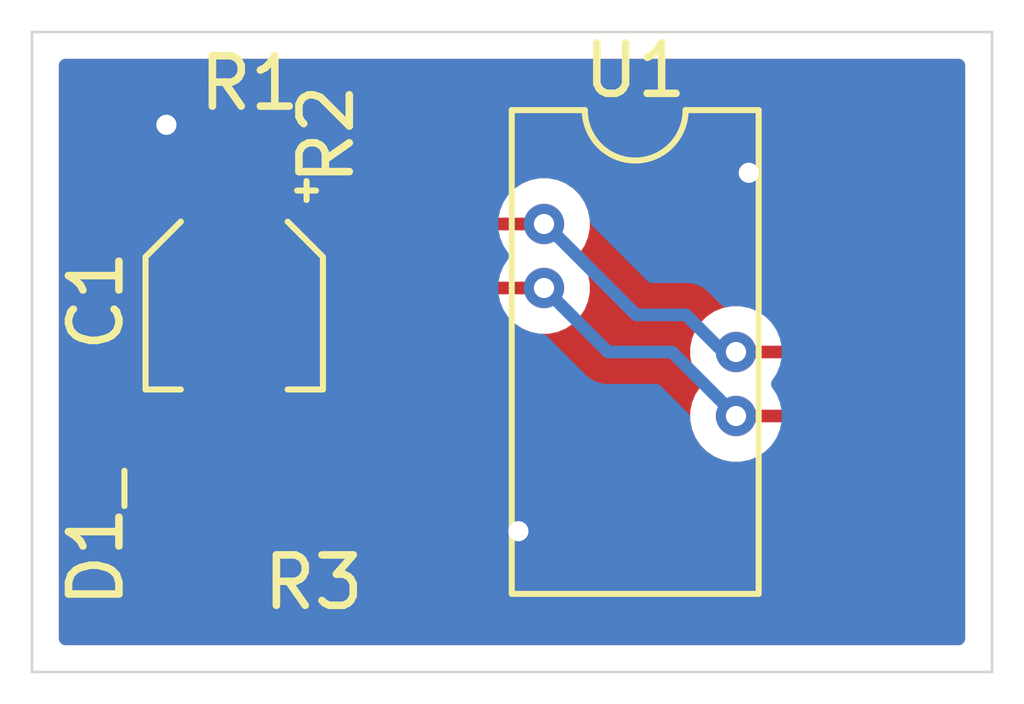
<source format=kicad_pcb>
(kicad_pcb (version 20171130) (host pcbnew 5.1.5-52549c5~86~ubuntu18.04.1)

  (general
    (thickness 1.6)
    (drawings 4)
    (tracks 49)
    (zones 0)
    (modules 6)
    (nets 8)
  )

  (page A4)
  (layers
    (0 F.Cu signal)
    (31 B.Cu signal)
    (32 B.Adhes user)
    (33 F.Adhes user)
    (34 B.Paste user)
    (35 F.Paste user)
    (36 B.SilkS user)
    (37 F.SilkS user)
    (38 B.Mask user)
    (39 F.Mask user)
    (40 Dwgs.User user)
    (41 Cmts.User user)
    (42 Eco1.User user)
    (43 Eco2.User user)
    (44 Edge.Cuts user)
    (45 Margin user)
    (46 B.CrtYd user)
    (47 F.CrtYd user)
    (48 B.Fab user)
    (49 F.Fab user)
  )

  (setup
    (last_trace_width 0.25)
    (trace_clearance 0.2)
    (zone_clearance 0.508)
    (zone_45_only no)
    (trace_min 0.2)
    (via_size 0.8)
    (via_drill 0.4)
    (via_min_size 0.4)
    (via_min_drill 0.3)
    (uvia_size 0.3)
    (uvia_drill 0.1)
    (uvias_allowed no)
    (uvia_min_size 0.2)
    (uvia_min_drill 0.1)
    (edge_width 0.05)
    (segment_width 0.2)
    (pcb_text_width 0.3)
    (pcb_text_size 1.5 1.5)
    (mod_edge_width 0.12)
    (mod_text_size 1 1)
    (mod_text_width 0.15)
    (pad_size 1.48 0.5)
    (pad_drill 0)
    (pad_to_mask_clearance 0.051)
    (solder_mask_min_width 0.25)
    (aux_axis_origin 0 0)
    (visible_elements 7FFFFFFF)
    (pcbplotparams
      (layerselection 0x010fc_ffffffff)
      (usegerberextensions false)
      (usegerberattributes false)
      (usegerberadvancedattributes false)
      (creategerberjobfile false)
      (excludeedgelayer true)
      (linewidth 0.100000)
      (plotframeref false)
      (viasonmask false)
      (mode 1)
      (useauxorigin false)
      (hpglpennumber 1)
      (hpglpenspeed 20)
      (hpglpendiameter 15.000000)
      (psnegative false)
      (psa4output false)
      (plotreference true)
      (plotvalue true)
      (plotinvisibletext false)
      (padsonsilk false)
      (subtractmaskfromsilk false)
      (outputformat 1)
      (mirror false)
      (drillshape 1)
      (scaleselection 1)
      (outputdirectory ""))
  )

  (net 0 "")
  (net 1 tr_thr)
  (net 2 GND)
  (net 3 "Net-(D1-Pad2)")
  (net 4 dis)
  (net 5 +9V)
  (net 6 "Net-(R3-Pad2)")
  (net 7 "Net-(U1-Pad5)")

  (net_class Default "This is the default net class."
    (clearance 0.2)
    (trace_width 0.25)
    (via_dia 0.8)
    (via_drill 0.4)
    (uvia_dia 0.3)
    (uvia_drill 0.1)
    (add_net +9V)
    (add_net GND)
    (add_net "Net-(D1-Pad2)")
    (add_net "Net-(R3-Pad2)")
    (add_net "Net-(U1-Pad5)")
    (add_net dis)
    (add_net tr_thr)
  )

  (module Resistor_SMD:R_0201_0603Metric (layer F.Cu) (tedit 5B301BBD) (tstamp 5E897D46)
    (at 136.3345 76.7715)
    (descr "Resistor SMD 0201 (0603 Metric), square (rectangular) end terminal, IPC_7351 nominal, (Body size source: https://www.vishay.com/docs/20052/crcw0201e3.pdf), generated with kicad-footprint-generator")
    (tags resistor)
    (path /5E206292)
    (attr smd)
    (fp_text reference R1 (at 0.0635 -0.8255) (layer F.SilkS)
      (effects (font (size 1 1) (thickness 0.15)))
    )
    (fp_text value 1k (at 0 1.05) (layer F.Fab)
      (effects (font (size 1 1) (thickness 0.15)))
    )
    (fp_text user %R (at 0 -0.68) (layer F.Fab)
      (effects (font (size 0.25 0.25) (thickness 0.04)))
    )
    (fp_line (start 0.7 0.35) (end -0.7 0.35) (layer F.CrtYd) (width 0.05))
    (fp_line (start 0.7 -0.35) (end 0.7 0.35) (layer F.CrtYd) (width 0.05))
    (fp_line (start -0.7 -0.35) (end 0.7 -0.35) (layer F.CrtYd) (width 0.05))
    (fp_line (start -0.7 0.35) (end -0.7 -0.35) (layer F.CrtYd) (width 0.05))
    (fp_line (start 0.3 0.15) (end -0.3 0.15) (layer F.Fab) (width 0.1))
    (fp_line (start 0.3 -0.15) (end 0.3 0.15) (layer F.Fab) (width 0.1))
    (fp_line (start -0.3 -0.15) (end 0.3 -0.15) (layer F.Fab) (width 0.1))
    (fp_line (start -0.3 0.15) (end -0.3 -0.15) (layer F.Fab) (width 0.1))
    (pad 2 smd roundrect (at 0.32 0) (size 0.46 0.4) (layers F.Cu F.Mask) (roundrect_rratio 0.25)
      (net 4 dis))
    (pad 1 smd roundrect (at -0.32 0) (size 0.46 0.4) (layers F.Cu F.Mask) (roundrect_rratio 0.25)
      (net 5 +9V))
    (pad "" smd roundrect (at 0.345 0) (size 0.318 0.36) (layers F.Paste) (roundrect_rratio 0.25))
    (pad "" smd roundrect (at -0.345 0) (size 0.318 0.36) (layers F.Paste) (roundrect_rratio 0.25))
    (model ${KISYS3DMOD}/Resistor_SMD.3dshapes/R_0201_0603Metric.wrl
      (at (xyz 0 0 0))
      (scale (xyz 1 1 1))
      (rotate (xyz 0 0 0))
    )
  )

  (module Resistor_SMD:R_0201_0603Metric (layer F.Cu) (tedit 5B301BBD) (tstamp 5E244636)
    (at 137.6172 84.328 90)
    (descr "Resistor SMD 0201 (0603 Metric), square (rectangular) end terminal, IPC_7351 nominal, (Body size source: https://www.vishay.com/docs/20052/crcw0201e3.pdf), generated with kicad-footprint-generator")
    (tags resistor)
    (path /5E206F64)
    (attr smd)
    (fp_text reference R3 (at -1.524 0.0508 180) (layer F.SilkS)
      (effects (font (size 1 1) (thickness 0.15)))
    )
    (fp_text value 1k (at 0 1.3208 180) (layer F.Fab)
      (effects (font (size 1 1) (thickness 0.15)))
    )
    (fp_text user %R (at 0 -0.68 90) (layer F.Fab)
      (effects (font (size 0.25 0.25) (thickness 0.04)))
    )
    (fp_line (start 0.7 0.35) (end -0.7 0.35) (layer F.CrtYd) (width 0.05))
    (fp_line (start 0.7 -0.35) (end 0.7 0.35) (layer F.CrtYd) (width 0.05))
    (fp_line (start -0.7 -0.35) (end 0.7 -0.35) (layer F.CrtYd) (width 0.05))
    (fp_line (start -0.7 0.35) (end -0.7 -0.35) (layer F.CrtYd) (width 0.05))
    (fp_line (start 0.3 0.15) (end -0.3 0.15) (layer F.Fab) (width 0.1))
    (fp_line (start 0.3 -0.15) (end 0.3 0.15) (layer F.Fab) (width 0.1))
    (fp_line (start -0.3 -0.15) (end 0.3 -0.15) (layer F.Fab) (width 0.1))
    (fp_line (start -0.3 0.15) (end -0.3 -0.15) (layer F.Fab) (width 0.1))
    (pad 2 smd roundrect (at 0.32 0 90) (size 0.46 0.4) (layers F.Cu F.Mask) (roundrect_rratio 0.25)
      (net 6 "Net-(R3-Pad2)"))
    (pad 1 smd roundrect (at -0.32 0 90) (size 0.46 0.4) (layers F.Cu F.Mask) (roundrect_rratio 0.25)
      (net 3 "Net-(D1-Pad2)"))
    (pad "" smd roundrect (at 0.345 0 90) (size 0.318 0.36) (layers F.Paste) (roundrect_rratio 0.25))
    (pad "" smd roundrect (at -0.345 0 90) (size 0.318 0.36) (layers F.Paste) (roundrect_rratio 0.25))
    (model ${KISYS3DMOD}/Resistor_SMD.3dshapes/R_0201_0603Metric.wrl
      (at (xyz 0 0 0))
      (scale (xyz 1 1 1))
      (rotate (xyz 0 0 0))
    )
  )

  (module LED_SMD:LED-APA102-2020 (layer F.Cu) (tedit 5E24B0C0) (tstamp 5E244603)
    (at 135.314 84.836 270)
    (descr http://www.led-color.com/upload/201604/APA102-2020%20SMD%20LED.pdf)
    (tags "LED RGB SPI")
    (path /5E2041F3)
    (attr smd)
    (fp_text reference D1 (at 0.508 1.964 90) (layer F.SilkS)
      (effects (font (size 1 1) (thickness 0.15)))
    )
    (fp_text value LED (at 2.032 -0.068 180) (layer F.Fab)
      (effects (font (size 1 1) (thickness 0.15)))
    )
    (fp_line (start -1 -1) (end 1 -1) (layer F.Fab) (width 0.1))
    (fp_line (start 1 -1) (end 1 1) (layer F.Fab) (width 0.1))
    (fp_line (start 1 1) (end -0.5 1) (layer F.Fab) (width 0.1))
    (fp_line (start -1 0.5) (end -1 -1) (layer F.Fab) (width 0.1))
    (fp_line (start 1.5 -1.4) (end 1.5 1.4) (layer F.CrtYd) (width 0.05))
    (fp_line (start -1.2 1.4) (end -0.5 1.4) (layer F.SilkS) (width 0.12))
    (fp_text user %R (at 0 0 270) (layer F.Fab)
      (effects (font (size 0.3 0.3) (thickness 0.07)))
    )
    (fp_line (start -1 0.5) (end -0.5 1) (layer F.Fab) (width 0.1))
    (fp_line (start -1.5 -1.4) (end -1.5 1.4) (layer F.CrtYd) (width 0.05))
    (fp_line (start -0.5 1.4) (end -0.5 1.58) (layer F.CrtYd) (width 0.05))
    (fp_line (start -0.5 1.58) (end 0.5 1.58) (layer F.CrtYd) (width 0.05))
    (fp_line (start 0.5 1.58) (end 0.5 1.4) (layer F.CrtYd) (width 0.05))
    (fp_line (start -0.5 -1.4) (end -0.5 -1.58) (layer F.CrtYd) (width 0.05))
    (fp_line (start -0.5 -1.58) (end 0.5 -1.58) (layer F.CrtYd) (width 0.05))
    (fp_line (start 0.5 -1.58) (end 0.5 -1.4) (layer F.CrtYd) (width 0.05))
    (fp_line (start 0.5 -1.4) (end 1.5 -1.4) (layer F.CrtYd) (width 0.05))
    (fp_line (start -1.5 -1.4) (end -0.5 -1.4) (layer F.CrtYd) (width 0.05))
    (fp_line (start -0.5 1.4) (end -1.5 1.4) (layer F.CrtYd) (width 0.05))
    (fp_line (start 1.5 1.4) (end 0.5 1.4) (layer F.CrtYd) (width 0.05))
    (pad 1 smd rect (at -0.85 -0.9 270) (size 0.8 0.5) (layers F.Cu F.Paste F.Mask)
      (net 2 GND))
    (pad 2 smd rect (at -0.85 0 270) (size 0.8 0.3) (layers F.Cu F.Paste F.Mask)
      (net 3 "Net-(D1-Pad2)"))
    (pad 3 smd rect (at -0.85 0.9 270) (size 0.8 0.5) (layers F.Cu F.Paste F.Mask))
    (pad 5 smd rect (at 0.85 0 270) (size 0.8 0.3) (layers F.Cu F.Paste F.Mask)
      (net 3 "Net-(D1-Pad2)"))
    (pad 4 smd rect (at 0.85 0.9 270) (size 0.8 0.5) (layers F.Cu F.Paste F.Mask))
    (pad 6 smd rect (at 0.85 -0.9 270) (size 0.8 0.5) (layers F.Cu F.Paste F.Mask)
      (net 3 "Net-(D1-Pad2)"))
    (pad 1 smd rect (at 0 -0.83) (size 1 0.5) (layers F.Cu F.Paste F.Mask)
      (net 2 GND))
    (pad 6 smd rect (at 0 0.59) (size 1.48 0.5) (layers F.Cu F.Paste F.Mask)
      (net 3 "Net-(D1-Pad2)"))
    (model ${KISYS3DMOD}/LED_SMD.3dshapes/LED-APA102-2020.wrl
      (at (xyz 0 0 0))
      (scale (xyz 1 1 1))
      (rotate (xyz 0 0 0))
    )
  )

  (module Capacitor_SMD:CP_Elec_3x5.3 (layer F.Cu) (tedit 5B303299) (tstamp 5E24D094)
    (at 136.0932 80.264 270)
    (descr "SMT capacitor, aluminium electrolytic, 3x5.3, Cornell Dubilier Electronics ")
    (tags "Capacitor Electrolytic")
    (path /5E207A44)
    (attr smd)
    (fp_text reference C1 (at 0 2.7432 90) (layer F.SilkS)
      (effects (font (size 1 1) (thickness 0.15)))
    )
    (fp_text value 1uF (at 0 0 90) (layer F.Fab)
      (effects (font (size 1 1) (thickness 0.15)))
    )
    (fp_circle (center 0 0) (end 1.5 0) (layer F.Fab) (width 0.1))
    (fp_line (start 1.65 -1.65) (end 1.65 1.65) (layer F.Fab) (width 0.1))
    (fp_line (start -0.825 -1.65) (end 1.65 -1.65) (layer F.Fab) (width 0.1))
    (fp_line (start -0.825 1.65) (end 1.65 1.65) (layer F.Fab) (width 0.1))
    (fp_line (start -1.65 -0.825) (end -1.65 0.825) (layer F.Fab) (width 0.1))
    (fp_line (start -1.65 -0.825) (end -0.825 -1.65) (layer F.Fab) (width 0.1))
    (fp_line (start -1.65 0.825) (end -0.825 1.65) (layer F.Fab) (width 0.1))
    (fp_line (start -1.110469 -0.8) (end -0.810469 -0.8) (layer F.Fab) (width 0.1))
    (fp_line (start -0.960469 -0.95) (end -0.960469 -0.65) (layer F.Fab) (width 0.1))
    (fp_line (start 1.76 1.76) (end 1.76 1.06) (layer F.SilkS) (width 0.12))
    (fp_line (start 1.76 -1.76) (end 1.76 -1.06) (layer F.SilkS) (width 0.12))
    (fp_line (start -0.870563 -1.76) (end 1.76 -1.76) (layer F.SilkS) (width 0.12))
    (fp_line (start -0.870563 1.76) (end 1.76 1.76) (layer F.SilkS) (width 0.12))
    (fp_line (start -1.570563 -1.06) (end -0.870563 -1.76) (layer F.SilkS) (width 0.12))
    (fp_line (start -1.570563 1.06) (end -0.870563 1.76) (layer F.SilkS) (width 0.12))
    (fp_line (start -2.375 -1.435) (end -2 -1.435) (layer F.SilkS) (width 0.12))
    (fp_line (start -2.1875 -1.6225) (end -2.1875 -1.2475) (layer F.SilkS) (width 0.12))
    (fp_line (start 1.9 -1.9) (end 1.9 -1.05) (layer F.CrtYd) (width 0.05))
    (fp_line (start 1.9 -1.05) (end 2.85 -1.05) (layer F.CrtYd) (width 0.05))
    (fp_line (start 2.85 -1.05) (end 2.85 1.05) (layer F.CrtYd) (width 0.05))
    (fp_line (start 2.85 1.05) (end 1.9 1.05) (layer F.CrtYd) (width 0.05))
    (fp_line (start 1.9 1.05) (end 1.9 1.9) (layer F.CrtYd) (width 0.05))
    (fp_line (start -0.93 1.9) (end 1.9 1.9) (layer F.CrtYd) (width 0.05))
    (fp_line (start -0.93 -1.9) (end 1.9 -1.9) (layer F.CrtYd) (width 0.05))
    (fp_line (start -1.78 1.05) (end -0.93 1.9) (layer F.CrtYd) (width 0.05))
    (fp_line (start -1.78 -1.05) (end -0.93 -1.9) (layer F.CrtYd) (width 0.05))
    (fp_line (start -1.78 -1.05) (end -2.85 -1.05) (layer F.CrtYd) (width 0.05))
    (fp_line (start -2.85 -1.05) (end -2.85 1.05) (layer F.CrtYd) (width 0.05))
    (fp_line (start -2.85 1.05) (end -1.78 1.05) (layer F.CrtYd) (width 0.05))
    (fp_text user %R (at 0 0 90) (layer F.Fab)
      (effects (font (size 0.6 0.6) (thickness 0.09)))
    )
    (pad 1 smd rect (at -1.5 0 270) (size 2.2 1.6) (layers F.Cu F.Paste F.Mask)
      (net 1 tr_thr))
    (pad 2 smd rect (at 1.5 0 270) (size 2.2 1.6) (layers F.Cu F.Paste F.Mask)
      (net 2 GND))
    (model ${KISYS3DMOD}/Capacitor_SMD.3dshapes/CP_Elec_3x5.3.wrl
      (at (xyz 0 0 0))
      (scale (xyz 1 1 1))
      (rotate (xyz 0 0 0))
    )
  )

  (module Resistor_SMD:R_0201_0603Metric (layer F.Cu) (tedit 5B301BBD) (tstamp 5E24D425)
    (at 137.668 78.4754 270)
    (descr "Resistor SMD 0201 (0603 Metric), square (rectangular) end terminal, IPC_7351 nominal, (Body size source: https://www.vishay.com/docs/20052/crcw0201e3.pdf), generated with kicad-footprint-generator")
    (tags resistor)
    (path /5E206A85)
    (attr smd)
    (fp_text reference R2 (at -1.5134 -0.254 270) (layer F.SilkS)
      (effects (font (size 1 1) (thickness 0.15)))
    )
    (fp_text value 470k (at 0 1.05 90) (layer F.Fab)
      (effects (font (size 1 1) (thickness 0.15)))
    )
    (fp_line (start -0.3 0.15) (end -0.3 -0.15) (layer F.Fab) (width 0.1))
    (fp_line (start -0.3 -0.15) (end 0.3 -0.15) (layer F.Fab) (width 0.1))
    (fp_line (start 0.3 -0.15) (end 0.3 0.15) (layer F.Fab) (width 0.1))
    (fp_line (start 0.3 0.15) (end -0.3 0.15) (layer F.Fab) (width 0.1))
    (fp_line (start -0.7 0.35) (end -0.7 -0.35) (layer F.CrtYd) (width 0.05))
    (fp_line (start -0.7 -0.35) (end 0.7 -0.35) (layer F.CrtYd) (width 0.05))
    (fp_line (start 0.7 -0.35) (end 0.7 0.35) (layer F.CrtYd) (width 0.05))
    (fp_line (start 0.7 0.35) (end -0.7 0.35) (layer F.CrtYd) (width 0.05))
    (fp_text user %R (at 0 -0.68 90) (layer F.Fab)
      (effects (font (size 0.25 0.25) (thickness 0.04)))
    )
    (pad "" smd roundrect (at -0.345 0 270) (size 0.318 0.36) (layers F.Paste) (roundrect_rratio 0.25))
    (pad "" smd roundrect (at 0.345 0 270) (size 0.318 0.36) (layers F.Paste) (roundrect_rratio 0.25))
    (pad 1 smd roundrect (at -0.32 0 270) (size 0.46 0.4) (layers F.Cu F.Mask) (roundrect_rratio 0.25)
      (net 4 dis))
    (pad 2 smd roundrect (at 0.32 0 270) (size 0.46 0.4) (layers F.Cu F.Mask) (roundrect_rratio 0.25)
      (net 1 tr_thr))
    (model ${KISYS3DMOD}/Resistor_SMD.3dshapes/R_0201_0603Metric.wrl
      (at (xyz 0 0 0))
      (scale (xyz 1 1 1))
      (rotate (xyz 0 0 0))
    )
  )

  (module Package_DIP:Fairchild_LSOP-8 (layer F.Cu) (tedit 5A6787B8) (tstamp 5E244652)
    (at 144.05 81.28)
    (descr "8-Lead, 300\\\" Wide, Surface Mount Package (https://www.fairchildsemi.com/package-drawings/ML/MLSOP08A.pdf)")
    (tags "LSOP 2.54mm 300mil")
    (path /5E1FE6EE)
    (attr smd)
    (fp_text reference U1 (at 0 -5.588) (layer F.SilkS)
      (effects (font (size 1 1) (thickness 0.15)))
    )
    (fp_text value NE555 (at 0 6) (layer F.Fab)
      (effects (font (size 1 1) (thickness 0.15)))
    )
    (fp_text user %R (at 0 0) (layer F.Fab)
      (effects (font (size 1 1) (thickness 0.15)))
    )
    (fp_line (start -2.2 -4.6) (end 3.2 -4.6) (layer F.Fab) (width 0.15))
    (fp_line (start 3.2 -4.6) (end 3.2 4.6) (layer F.Fab) (width 0.15))
    (fp_line (start 3.2 4.6) (end -3.2 4.6) (layer F.Fab) (width 0.15))
    (fp_line (start -3.2 4.6) (end -3.2 -3.6) (layer F.Fab) (width 0.15))
    (fp_line (start -2.2 -4.6) (end -3.2 -3.6) (layer F.Fab) (width 0.15))
    (fp_line (start -1 -4.8) (end -2.45 -4.8) (layer F.SilkS) (width 0.12))
    (fp_line (start -2.45 -4.8) (end -2.45 4.8) (layer F.SilkS) (width 0.12))
    (fp_line (start -2.4 4.8) (end 2.4 4.8) (layer F.SilkS) (width 0.12))
    (fp_line (start 2.45 4.8) (end 2.45 -4.8) (layer F.SilkS) (width 0.12))
    (fp_line (start 2.45 -4.8) (end 1 -4.8) (layer F.SilkS) (width 0.12))
    (fp_line (start -5.6 -5.1) (end -5.6 5.1) (layer F.CrtYd) (width 0.05))
    (fp_line (start 5.6 -5.1) (end 5.6 5.1) (layer F.CrtYd) (width 0.05))
    (fp_line (start -5.6 -5.1) (end 5.6 -5.1) (layer F.CrtYd) (width 0.05))
    (fp_line (start -5.6 5.1) (end 5.6 5.1) (layer F.CrtYd) (width 0.05))
    (fp_arc (start 0 -4.8) (end -1 -4.8) (angle -180) (layer F.SilkS) (width 0.12))
    (pad 1 smd rect (at -4.35 -3.81) (size 2 1.252) (drill (offset 0 0.266)) (layers F.Cu F.Paste F.Mask)
      (net 2 GND))
    (pad 2 smd rect (at -4.35 -1.27) (size 2 1.784) (layers F.Cu F.Paste F.Mask)
      (net 1 tr_thr))
    (pad 3 smd rect (at -4.35 1.27) (size 2 1.784) (layers F.Cu F.Paste F.Mask)
      (net 6 "Net-(R3-Pad2)"))
    (pad 4 smd rect (at -4.35 3.81) (size 2 1.252) (drill (offset 0 -0.266)) (layers F.Cu F.Paste F.Mask)
      (net 5 +9V))
    (pad 5 smd rect (at 4.35 3.81) (size 2 1.252) (drill (offset 0 -0.266)) (layers F.Cu F.Paste F.Mask)
      (net 7 "Net-(U1-Pad5)"))
    (pad 6 smd rect (at 4.35 1.27) (size 2 1.784) (layers F.Cu F.Paste F.Mask)
      (net 1 tr_thr))
    (pad 7 smd rect (at 4.35 -1.27) (size 2 1.784) (layers F.Cu F.Paste F.Mask)
      (net 4 dis))
    (pad 8 smd rect (at 4.35 -3.81) (size 2 1.252) (drill (offset 0 0.266)) (layers F.Cu F.Paste F.Mask)
      (net 5 +9V))
    (model ${KISYS3DMOD}/Package_DIP.3dshapes/SMDIP-8_W7.62mm.step
      (at (xyz 0 0 0))
      (scale (xyz 1 1 1))
      (rotate (xyz 0 0 0))
    )
  )

  (gr_line (start 132.08 87.63) (end 132.08 74.93) (layer Edge.Cuts) (width 0.05) (tstamp 5E24DA1D))
  (gr_line (start 151.13 87.63) (end 132.08 87.63) (layer Edge.Cuts) (width 0.05))
  (gr_line (start 151.13 74.93) (end 151.13 87.63) (layer Edge.Cuts) (width 0.05))
  (gr_line (start 132.08 74.93) (end 151.13 74.93) (layer Edge.Cuts) (width 0.05))

  (segment (start 136.882 80.01) (end 136.0932 79.2212) (width 0.25) (layer F.Cu) (net 1))
  (segment (start 139.7 80.01) (end 136.882 80.01) (width 0.25) (layer F.Cu) (net 1))
  (segment (start 137.6366 78.764) (end 137.668 78.7954) (width 0.25) (layer F.Cu) (net 1))
  (segment (start 136.0932 78.764) (end 137.6366 78.764) (width 0.25) (layer F.Cu) (net 1))
  (via (at 146.05 82.55) (size 0.8) (drill 0.4) (layers F.Cu B.Cu) (net 1))
  (via (at 142.24 80.01) (size 0.8) (drill 0.4) (layers F.Cu B.Cu) (net 1))
  (segment (start 139.7 80.01) (end 142.24 80.01) (width 0.25) (layer F.Cu) (net 1))
  (segment (start 144.78 81.28) (end 146.05 82.55) (width 0.25) (layer B.Cu) (net 1))
  (segment (start 142.24 80.01) (end 143.51 81.28) (width 0.25) (layer B.Cu) (net 1))
  (segment (start 143.51 81.28) (end 144.78 81.28) (width 0.25) (layer B.Cu) (net 1))
  (segment (start 146.05 82.55) (end 148.4 82.55) (width 0.25) (layer F.Cu) (net 1))
  (segment (start 136.2 81.9112) (end 136.3472 81.764) (width 0.25) (layer F.Cu) (net 2))
  (segment (start 136.214 81.8972) (end 136.3472 81.764) (width 0.25) (layer F.Cu) (net 2))
  (segment (start 136.214 83.986) (end 136.214 81.8972) (width 0.25) (layer F.Cu) (net 2))
  (segment (start 135.314 84.246) (end 134.724 84.836) (width 0.25) (layer F.Cu) (net 3))
  (segment (start 135.314 83.986) (end 135.314 84.246) (width 0.25) (layer F.Cu) (net 3))
  (segment (start 135.314 85.426) (end 134.724 84.836) (width 0.25) (layer F.Cu) (net 3))
  (segment (start 135.314 85.686) (end 135.314 85.426) (width 0.25) (layer F.Cu) (net 3))
  (segment (start 135.314 85.686) (end 136.214 85.686) (width 0.25) (layer F.Cu) (net 3))
  (segment (start 136.214 85.686) (end 137.326 85.686) (width 0.25) (layer F.Cu) (net 3))
  (segment (start 137.6172 85.3948) (end 137.6172 84.648) (width 0.25) (layer F.Cu) (net 3))
  (segment (start 137.326 85.686) (end 137.6172 85.3948) (width 0.25) (layer F.Cu) (net 3))
  (segment (start 137.668 77.2414) (end 137.668 78.1554) (width 0.25) (layer F.Cu) (net 4))
  (segment (start 137.1981 76.7715) (end 137.668 77.2414) (width 0.25) (layer F.Cu) (net 4))
  (segment (start 136.6545 76.7715) (end 137.1981 76.7715) (width 0.25) (layer F.Cu) (net 4))
  (segment (start 138.5316 78.74) (end 141.478 78.74) (width 0.25) (layer F.Cu) (net 4))
  (segment (start 137.668 78.1554) (end 137.947 78.1554) (width 0.25) (layer F.Cu) (net 4))
  (segment (start 137.947 78.1554) (end 138.5316 78.74) (width 0.25) (layer F.Cu) (net 4))
  (segment (start 141.478 78.74) (end 142.24 78.74) (width 0.25) (layer F.Cu) (net 4))
  (segment (start 148.2598 80.01) (end 148.4 80.01) (width 0.25) (layer F.Cu) (net 4))
  (via (at 146.05 81.28) (size 0.8) (drill 0.4) (layers F.Cu B.Cu) (net 4))
  (segment (start 145.796 81.28) (end 145.0594 80.5434) (width 0.25) (layer B.Cu) (net 4))
  (segment (start 145.0594 80.5434) (end 144.0688 80.5434) (width 0.25) (layer B.Cu) (net 4))
  (segment (start 144.0688 80.5434) (end 142.494 78.9686) (width 0.25) (layer B.Cu) (net 4))
  (segment (start 146.05 81.28) (end 146.9898 81.28) (width 0.25) (layer F.Cu) (net 4))
  (segment (start 146.05 81.28) (end 145.796 81.28) (width 0.25) (layer B.Cu) (net 4))
  (segment (start 146.9898 81.28) (end 148.2598 80.01) (width 0.25) (layer F.Cu) (net 4))
  (via (at 142.24 78.74) (size 0.8) (drill 0.4) (layers F.Cu B.Cu) (net 4) (tstamp 5E897FAE))
  (via (at 134.747 76.7715) (size 0.8) (drill 0.4) (layers F.Cu B.Cu) (net 5))
  (via (at 141.732 84.836) (size 0.8) (drill 0.4) (layers F.Cu B.Cu) (net 5))
  (via (at 146.304 77.724) (size 0.8) (drill 0.4) (layers F.Cu B.Cu) (net 5))
  (segment (start 148.146 77.724) (end 148.4 77.47) (width 0.25) (layer F.Cu) (net 5))
  (segment (start 146.304 77.724) (end 148.146 77.724) (width 0.25) (layer F.Cu) (net 5))
  (segment (start 134.747 76.7715) (end 136.0145 76.7715) (width 0.25) (layer F.Cu) (net 5))
  (segment (start 139.954 84.836) (end 141.732 84.836) (width 0.25) (layer F.Cu) (net 5))
  (segment (start 139.7 85.09) (end 139.954 84.836) (width 0.25) (layer F.Cu) (net 5))
  (segment (start 137.6172 83.3828) (end 138.45 82.55) (width 0.25) (layer F.Cu) (net 6))
  (segment (start 137.6172 84.008) (end 137.6172 83.3828) (width 0.25) (layer F.Cu) (net 6))
  (segment (start 138.45 82.55) (end 139.7 82.55) (width 0.25) (layer F.Cu) (net 6))

  (zone (net 5) (net_name +9V) (layer B.Cu) (tstamp 0) (hatch edge 0.508)
    (connect_pads (clearance 0.508))
    (min_thickness 0.254)
    (fill yes (arc_segments 32) (thermal_gap 0.508) (thermal_bridge_width 0.508))
    (polygon
      (pts
        (xy 151.765 88.265) (xy 131.445 88.265) (xy 131.445 74.295) (xy 151.765 74.295)
      )
    )
    (filled_polygon
      (pts
        (xy 150.470001 86.97) (xy 132.74 86.97) (xy 132.74 78.638061) (xy 141.205 78.638061) (xy 141.205 78.841939)
        (xy 141.244774 79.041898) (xy 141.322795 79.230256) (xy 141.41951 79.375) (xy 141.322795 79.519744) (xy 141.244774 79.708102)
        (xy 141.205 79.908061) (xy 141.205 80.111939) (xy 141.244774 80.311898) (xy 141.322795 80.500256) (xy 141.436063 80.669774)
        (xy 141.580226 80.813937) (xy 141.749744 80.927205) (xy 141.938102 81.005226) (xy 142.138061 81.045) (xy 142.200199 81.045)
        (xy 142.9462 81.791002) (xy 142.969999 81.820001) (xy 143.085724 81.914974) (xy 143.217753 81.985546) (xy 143.361014 82.029003)
        (xy 143.472667 82.04) (xy 143.472676 82.04) (xy 143.509999 82.043676) (xy 143.547322 82.04) (xy 144.465199 82.04)
        (xy 145.015 82.589802) (xy 145.015 82.651939) (xy 145.054774 82.851898) (xy 145.132795 83.040256) (xy 145.246063 83.209774)
        (xy 145.390226 83.353937) (xy 145.559744 83.467205) (xy 145.748102 83.545226) (xy 145.948061 83.585) (xy 146.151939 83.585)
        (xy 146.351898 83.545226) (xy 146.540256 83.467205) (xy 146.709774 83.353937) (xy 146.853937 83.209774) (xy 146.967205 83.040256)
        (xy 147.045226 82.851898) (xy 147.085 82.651939) (xy 147.085 82.448061) (xy 147.045226 82.248102) (xy 146.967205 82.059744)
        (xy 146.87049 81.915) (xy 146.967205 81.770256) (xy 147.045226 81.581898) (xy 147.085 81.381939) (xy 147.085 81.178061)
        (xy 147.045226 80.978102) (xy 146.967205 80.789744) (xy 146.853937 80.620226) (xy 146.709774 80.476063) (xy 146.540256 80.362795)
        (xy 146.351898 80.284774) (xy 146.151939 80.245) (xy 145.948061 80.245) (xy 145.854426 80.263625) (xy 145.623203 80.032402)
        (xy 145.599401 80.003399) (xy 145.483676 79.908426) (xy 145.351647 79.837854) (xy 145.208386 79.794397) (xy 145.096733 79.7834)
        (xy 145.096722 79.7834) (xy 145.0594 79.779724) (xy 145.022078 79.7834) (xy 144.383602 79.7834) (xy 143.275 78.674799)
        (xy 143.275 78.638061) (xy 143.235226 78.438102) (xy 143.157205 78.249744) (xy 143.043937 78.080226) (xy 142.899774 77.936063)
        (xy 142.730256 77.822795) (xy 142.541898 77.744774) (xy 142.341939 77.705) (xy 142.138061 77.705) (xy 141.938102 77.744774)
        (xy 141.749744 77.822795) (xy 141.580226 77.936063) (xy 141.436063 78.080226) (xy 141.322795 78.249744) (xy 141.244774 78.438102)
        (xy 141.205 78.638061) (xy 132.74 78.638061) (xy 132.74 75.59) (xy 150.47 75.59)
      )
    )
  )
  (zone (net 2) (net_name GND) (layer F.Cu) (tstamp 0) (hatch edge 0.508)
    (connect_pads (clearance 0.508))
    (min_thickness 0.254)
    (fill yes (arc_segments 32) (thermal_gap 0.508) (thermal_bridge_width 0.508))
    (polygon
      (pts
        (xy 151.765 88.265) (xy 131.445 88.265) (xy 131.445 74.295) (xy 151.765 74.295)
      )
    )
    (filled_polygon
      (pts
        (xy 150.470001 86.97) (xy 132.74 86.97) (xy 132.74 84.586) (xy 133.345928 84.586) (xy 133.345928 85.086)
        (xy 133.358188 85.210482) (xy 133.394498 85.33018) (xy 133.453463 85.440494) (xy 133.525928 85.528793) (xy 133.525928 86.086)
        (xy 133.538188 86.210482) (xy 133.574498 86.33018) (xy 133.633463 86.440494) (xy 133.712815 86.537185) (xy 133.809506 86.616537)
        (xy 133.91982 86.675502) (xy 134.039518 86.711812) (xy 134.164 86.724072) (xy 134.664 86.724072) (xy 134.788482 86.711812)
        (xy 134.90818 86.675502) (xy 134.914 86.672391) (xy 134.91982 86.675502) (xy 135.039518 86.711812) (xy 135.164 86.724072)
        (xy 135.464 86.724072) (xy 135.588482 86.711812) (xy 135.70818 86.675502) (xy 135.714 86.672391) (xy 135.71982 86.675502)
        (xy 135.839518 86.711812) (xy 135.964 86.724072) (xy 136.464 86.724072) (xy 136.588482 86.711812) (xy 136.70818 86.675502)
        (xy 136.818494 86.616537) (xy 136.915185 86.537185) (xy 136.990018 86.446) (xy 137.288678 86.446) (xy 137.326 86.449676)
        (xy 137.363322 86.446) (xy 137.363333 86.446) (xy 137.474986 86.435003) (xy 137.618247 86.391546) (xy 137.750276 86.320974)
        (xy 137.866001 86.226001) (xy 137.889804 86.196997) (xy 138.128198 85.958603) (xy 138.157201 85.934801) (xy 138.216802 85.862177)
        (xy 138.248815 85.901185) (xy 138.345506 85.980537) (xy 138.45582 86.039502) (xy 138.575518 86.075812) (xy 138.7 86.088072)
        (xy 140.7 86.088072) (xy 140.824482 86.075812) (xy 140.94418 86.039502) (xy 141.054494 85.980537) (xy 141.151185 85.901185)
        (xy 141.230537 85.804494) (xy 141.255014 85.758702) (xy 141.430102 85.831226) (xy 141.630061 85.871) (xy 141.833939 85.871)
        (xy 142.033898 85.831226) (xy 142.222256 85.753205) (xy 142.391774 85.639937) (xy 142.535937 85.495774) (xy 142.649205 85.326256)
        (xy 142.727226 85.137898) (xy 142.767 84.937939) (xy 142.767 84.734061) (xy 142.727226 84.534102) (xy 142.649205 84.345744)
        (xy 142.535937 84.176226) (xy 142.391774 84.032063) (xy 142.222256 83.918795) (xy 142.033898 83.840774) (xy 141.833939 83.801)
        (xy 141.630061 83.801) (xy 141.430102 83.840774) (xy 141.265517 83.908948) (xy 141.230537 83.843506) (xy 141.211246 83.82)
        (xy 141.230537 83.796494) (xy 141.289502 83.68618) (xy 141.325812 83.566482) (xy 141.338072 83.442) (xy 141.338072 81.658)
        (xy 141.325812 81.533518) (xy 141.289502 81.41382) (xy 141.230537 81.303506) (xy 141.211246 81.28) (xy 141.230537 81.256494)
        (xy 141.27246 81.178061) (xy 145.015 81.178061) (xy 145.015 81.381939) (xy 145.054774 81.581898) (xy 145.132795 81.770256)
        (xy 145.22951 81.915) (xy 145.132795 82.059744) (xy 145.054774 82.248102) (xy 145.015 82.448061) (xy 145.015 82.651939)
        (xy 145.054774 82.851898) (xy 145.132795 83.040256) (xy 145.246063 83.209774) (xy 145.390226 83.353937) (xy 145.559744 83.467205)
        (xy 145.748102 83.545226) (xy 145.948061 83.585) (xy 146.151939 83.585) (xy 146.351898 83.545226) (xy 146.540256 83.467205)
        (xy 146.709774 83.353937) (xy 146.753711 83.31) (xy 146.761928 83.31) (xy 146.761928 83.442) (xy 146.774188 83.566482)
        (xy 146.810498 83.68618) (xy 146.869463 83.796494) (xy 146.888754 83.82) (xy 146.869463 83.843506) (xy 146.810498 83.95382)
        (xy 146.774188 84.073518) (xy 146.761928 84.198) (xy 146.761928 85.45) (xy 146.774188 85.574482) (xy 146.810498 85.69418)
        (xy 146.869463 85.804494) (xy 146.948815 85.901185) (xy 147.045506 85.980537) (xy 147.15582 86.039502) (xy 147.275518 86.075812)
        (xy 147.4 86.088072) (xy 149.4 86.088072) (xy 149.524482 86.075812) (xy 149.64418 86.039502) (xy 149.754494 85.980537)
        (xy 149.851185 85.901185) (xy 149.930537 85.804494) (xy 149.989502 85.69418) (xy 150.025812 85.574482) (xy 150.038072 85.45)
        (xy 150.038072 84.198) (xy 150.025812 84.073518) (xy 149.989502 83.95382) (xy 149.930537 83.843506) (xy 149.911246 83.82)
        (xy 149.930537 83.796494) (xy 149.989502 83.68618) (xy 150.025812 83.566482) (xy 150.038072 83.442) (xy 150.038072 81.658)
        (xy 150.025812 81.533518) (xy 149.989502 81.41382) (xy 149.930537 81.303506) (xy 149.911246 81.28) (xy 149.930537 81.256494)
        (xy 149.989502 81.14618) (xy 150.025812 81.026482) (xy 150.038072 80.902) (xy 150.038072 79.118) (xy 150.025812 78.993518)
        (xy 149.989502 78.87382) (xy 149.930537 78.763506) (xy 149.911246 78.74) (xy 149.930537 78.716494) (xy 149.989502 78.60618)
        (xy 150.025812 78.486482) (xy 150.038072 78.362) (xy 150.038072 77.11) (xy 150.025812 76.985518) (xy 149.989502 76.86582)
        (xy 149.930537 76.755506) (xy 149.851185 76.658815) (xy 149.754494 76.579463) (xy 149.64418 76.520498) (xy 149.524482 76.484188)
        (xy 149.4 76.471928) (xy 147.4 76.471928) (xy 147.275518 76.484188) (xy 147.15582 76.520498) (xy 147.045506 76.579463)
        (xy 146.948815 76.658815) (xy 146.869463 76.755506) (xy 146.829471 76.830325) (xy 146.794256 76.806795) (xy 146.605898 76.728774)
        (xy 146.405939 76.689) (xy 146.202061 76.689) (xy 146.002102 76.728774) (xy 145.813744 76.806795) (xy 145.644226 76.920063)
        (xy 145.500063 77.064226) (xy 145.386795 77.233744) (xy 145.308774 77.422102) (xy 145.269 77.622061) (xy 145.269 77.825939)
        (xy 145.308774 78.025898) (xy 145.386795 78.214256) (xy 145.500063 78.383774) (xy 145.644226 78.527937) (xy 145.813744 78.641205)
        (xy 146.002102 78.719226) (xy 146.202061 78.759) (xy 146.405939 78.759) (xy 146.605898 78.719226) (xy 146.794256 78.641205)
        (xy 146.820018 78.623991) (xy 146.869463 78.716494) (xy 146.888754 78.74) (xy 146.869463 78.763506) (xy 146.810498 78.87382)
        (xy 146.774188 78.993518) (xy 146.761928 79.118) (xy 146.761928 80.433071) (xy 146.714355 80.480644) (xy 146.709774 80.476063)
        (xy 146.540256 80.362795) (xy 146.351898 80.284774) (xy 146.151939 80.245) (xy 145.948061 80.245) (xy 145.748102 80.284774)
        (xy 145.559744 80.362795) (xy 145.390226 80.476063) (xy 145.246063 80.620226) (xy 145.132795 80.789744) (xy 145.054774 80.978102)
        (xy 145.015 81.178061) (xy 141.27246 81.178061) (xy 141.289502 81.14618) (xy 141.325812 81.026482) (xy 141.338072 80.902)
        (xy 141.338072 80.77) (xy 141.536289 80.77) (xy 141.580226 80.813937) (xy 141.749744 80.927205) (xy 141.938102 81.005226)
        (xy 142.138061 81.045) (xy 142.341939 81.045) (xy 142.541898 81.005226) (xy 142.730256 80.927205) (xy 142.899774 80.813937)
        (xy 143.043937 80.669774) (xy 143.157205 80.500256) (xy 143.235226 80.311898) (xy 143.275 80.111939) (xy 143.275 79.908061)
        (xy 143.235226 79.708102) (xy 143.157205 79.519744) (xy 143.06049 79.375) (xy 143.157205 79.230256) (xy 143.235226 79.041898)
        (xy 143.275 78.841939) (xy 143.275 78.638061) (xy 143.235226 78.438102) (xy 143.157205 78.249744) (xy 143.043937 78.080226)
        (xy 142.899774 77.936063) (xy 142.730256 77.822795) (xy 142.541898 77.744774) (xy 142.341939 77.705) (xy 142.138061 77.705)
        (xy 141.938102 77.744774) (xy 141.749744 77.822795) (xy 141.580226 77.936063) (xy 141.536289 77.98) (xy 141.29325 77.98)
        (xy 141.17625 77.863) (xy 139.827 77.863) (xy 139.827 77.883) (xy 139.573 77.883) (xy 139.573 77.863)
        (xy 139.553 77.863) (xy 139.553 77.609) (xy 139.573 77.609) (xy 139.573 76.63375) (xy 139.827 76.63375)
        (xy 139.827 77.609) (xy 141.17625 77.609) (xy 141.335 77.45025) (xy 141.338072 77.11) (xy 141.325812 76.985518)
        (xy 141.289502 76.86582) (xy 141.230537 76.755506) (xy 141.151185 76.658815) (xy 141.054494 76.579463) (xy 140.94418 76.520498)
        (xy 140.824482 76.484188) (xy 140.7 76.471928) (xy 139.98575 76.475) (xy 139.827 76.63375) (xy 139.573 76.63375)
        (xy 139.41425 76.475) (xy 138.7 76.471928) (xy 138.575518 76.484188) (xy 138.45582 76.520498) (xy 138.345506 76.579463)
        (xy 138.248815 76.658815) (xy 138.210934 76.704973) (xy 138.208001 76.701399) (xy 138.178998 76.677597) (xy 137.761904 76.260503)
        (xy 137.738101 76.231499) (xy 137.622376 76.136526) (xy 137.490347 76.065954) (xy 137.347086 76.022497) (xy 137.235433 76.0115)
        (xy 137.235422 76.0115) (xy 137.1981 76.007824) (xy 137.160778 76.0115) (xy 137.107901 76.0115) (xy 137.066948 75.98961)
        (xy 136.928491 75.94761) (xy 136.7845 75.933428) (xy 136.5245 75.933428) (xy 136.380509 75.94761) (xy 136.3345 75.961567)
        (xy 136.288491 75.94761) (xy 136.1445 75.933428) (xy 135.8845 75.933428) (xy 135.740509 75.94761) (xy 135.602052 75.98961)
        (xy 135.561099 76.0115) (xy 135.450711 76.0115) (xy 135.406774 75.967563) (xy 135.237256 75.854295) (xy 135.048898 75.776274)
        (xy 134.848939 75.7365) (xy 134.645061 75.7365) (xy 134.445102 75.776274) (xy 134.256744 75.854295) (xy 134.087226 75.967563)
        (xy 133.943063 76.111726) (xy 133.829795 76.281244) (xy 133.751774 76.469602) (xy 133.712 76.669561) (xy 133.712 76.873439)
        (xy 133.751774 77.073398) (xy 133.829795 77.261756) (xy 133.943063 77.431274) (xy 134.087226 77.575437) (xy 134.256744 77.688705)
        (xy 134.445102 77.766726) (xy 134.645061 77.8065) (xy 134.655128 77.8065) (xy 134.655128 79.864) (xy 134.667388 79.988482)
        (xy 134.703698 80.10818) (xy 134.762663 80.218494) (xy 134.800009 80.264) (xy 134.762663 80.309506) (xy 134.703698 80.41982)
        (xy 134.667388 80.539518) (xy 134.655128 80.664) (xy 134.6582 81.47825) (xy 134.81695 81.637) (xy 135.9662 81.637)
        (xy 135.9662 81.617) (xy 136.2202 81.617) (xy 136.2202 81.637) (xy 137.36945 81.637) (xy 137.5282 81.47825)
        (xy 137.530872 80.77) (xy 138.061928 80.77) (xy 138.061928 80.902) (xy 138.074188 81.026482) (xy 138.110498 81.14618)
        (xy 138.169463 81.256494) (xy 138.188754 81.28) (xy 138.169463 81.303506) (xy 138.110498 81.41382) (xy 138.074188 81.533518)
        (xy 138.061928 81.658) (xy 138.061928 81.895674) (xy 138.025723 81.915026) (xy 137.995568 81.939774) (xy 137.909999 82.009999)
        (xy 137.886201 82.038998) (xy 137.529505 82.395693) (xy 137.5282 82.04975) (xy 137.36945 81.891) (xy 136.2202 81.891)
        (xy 136.2202 81.911) (xy 135.9662 81.911) (xy 135.9662 81.891) (xy 134.81695 81.891) (xy 134.6582 82.04975)
        (xy 134.655128 82.864) (xy 134.663394 82.947928) (xy 134.164 82.947928) (xy 134.039518 82.960188) (xy 133.91982 82.996498)
        (xy 133.809506 83.055463) (xy 133.712815 83.134815) (xy 133.633463 83.231506) (xy 133.574498 83.34182) (xy 133.538188 83.461518)
        (xy 133.525928 83.586) (xy 133.525928 84.143207) (xy 133.453463 84.231506) (xy 133.394498 84.34182) (xy 133.358188 84.461518)
        (xy 133.345928 84.586) (xy 132.74 84.586) (xy 132.74 75.59) (xy 150.47 75.59)
      )
    )
    (filled_polygon
      (pts
        (xy 136.337 83.45705) (xy 136.337 83.859) (xy 136.361 83.859) (xy 136.361 84.01975) (xy 136.271 84.10975)
        (xy 136.271 84.133) (xy 136.102072 84.133) (xy 136.102072 83.586) (xy 136.093504 83.499) (xy 136.220202 83.499)
        (xy 136.220202 83.340252)
      )
    )
  )
)

</source>
